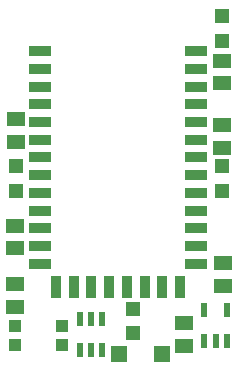
<source format=gbr>
G04 EAGLE Gerber RS-274X export*
G75*
%MOMM*%
%FSLAX34Y34*%
%LPD*%
%INSolderpaste Top*%
%IPPOS*%
%AMOC8*
5,1,8,0,0,1.08239X$1,22.5*%
G01*
%ADD10R,1.900000X0.900000*%
%ADD11R,0.900000X1.900000*%
%ADD12R,1.500000X1.300000*%
%ADD13R,0.550000X1.200000*%
%ADD14R,1.000000X1.000000*%
%ADD15R,1.200000X1.200000*%
%ADD16R,1.400000X1.400000*%
%ADD17R,1.300000X1.200000*%


D10*
X35600Y308660D03*
X35600Y323660D03*
X35600Y293660D03*
X35600Y278660D03*
X35600Y263660D03*
X35600Y248660D03*
X35600Y233660D03*
X35600Y218660D03*
D11*
X49100Y123660D03*
D10*
X35600Y203660D03*
X35600Y188660D03*
X35600Y173660D03*
X35600Y158660D03*
X35600Y143660D03*
X167600Y158660D03*
X167600Y173660D03*
X167600Y188660D03*
X167600Y203660D03*
X167600Y218660D03*
X167600Y233660D03*
X167600Y248660D03*
X167600Y263660D03*
X167600Y278660D03*
X167600Y293660D03*
X167600Y308660D03*
X167600Y323660D03*
X167600Y143660D03*
D11*
X64100Y123660D03*
X79100Y123660D03*
X94100Y123660D03*
X109100Y123660D03*
X124100Y123660D03*
X139100Y123660D03*
X154100Y123660D03*
D12*
X13970Y156870D03*
X13970Y175870D03*
D13*
X174650Y78439D03*
X184150Y78439D03*
X193650Y78439D03*
X193650Y104441D03*
X174650Y104441D03*
D14*
X54290Y90550D03*
X54290Y74550D03*
X14290Y74550D03*
X14290Y90550D03*
D15*
X189230Y353400D03*
X189230Y332400D03*
D12*
X189230Y315570D03*
X189230Y296570D03*
X13970Y126340D03*
X13970Y107340D03*
X190500Y125120D03*
X190500Y144120D03*
X157480Y74320D03*
X157480Y93320D03*
X189230Y241960D03*
X189230Y260960D03*
D15*
X189230Y205400D03*
X189230Y226400D03*
D12*
X15240Y247040D03*
X15240Y266040D03*
D15*
X15240Y205400D03*
X15240Y226400D03*
D16*
X102150Y67310D03*
X139150Y67310D03*
D13*
X69240Y70820D03*
X78740Y70820D03*
X88240Y70820D03*
X88240Y96820D03*
X78740Y96820D03*
X69240Y96820D03*
D17*
X114300Y105410D03*
X114300Y85090D03*
M02*

</source>
